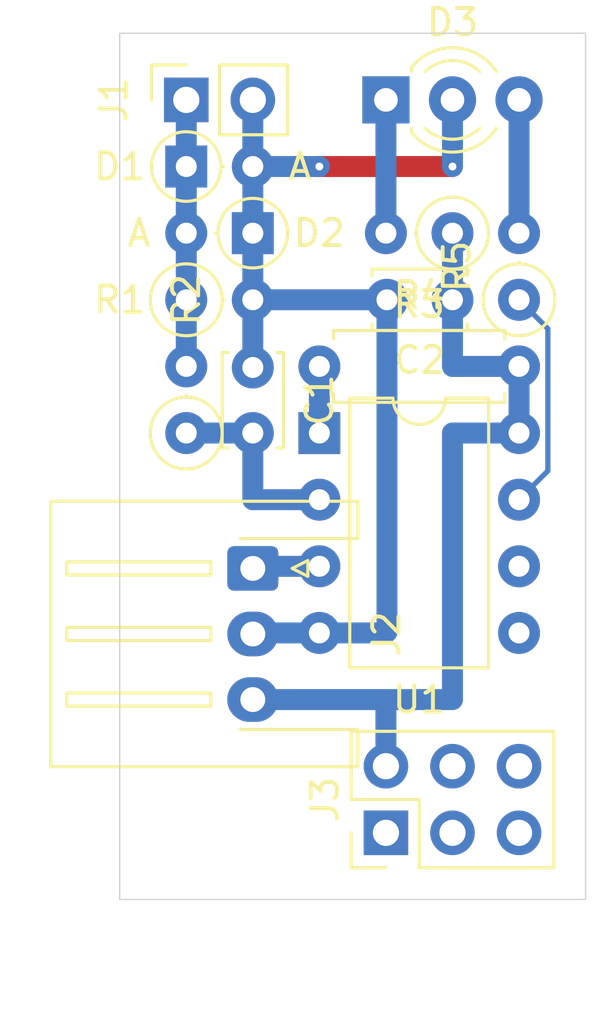
<source format=kicad_pcb>
(kicad_pcb (version 20221018) (generator pcbnew)
  (layers (0 "F.Cu" signal) (31 "B.Cu" signal) (34 "B.Paste" user) (35 "F.Paste" user) (36 "B.SilkS" user "B.Silkscreen") (37 "F.SilkS" user "F.Silkscreen") (38 "B.Mask" user) (39 "F.Mask" user) (44 "Edge.Cuts" user))
  (net 0 "")
  (net 1 "PIEZO")
  (net 2 "GND")
  (net 3 "VDD")
  (net 4 "Net-(D3-A2)")
  (net 5 "SIG")
  (net 6 "MISO")
  (net 7 "LED(SCK)")
  (net 8 "#RESET")
  (net 9 "MOSI")
  (net 10 "Net-(D1-K)")
  (net 11 "Net-(D3-A1)")
  (footprint "Capacitor_THT:C_Disc_D3.4mm_W2.1mm_P2.50mm" (layer "F.Cu") (at 78.74 58.42 90)
    (fp_text reference "C1" (at 1.25 2.54 90) (layer "F.SilkS"))
    (fp_text value "100nF")
    (fp_line (start -0.57 -1.17) (end -0.57 -0.925) (stroke (width 0.12)) (layer "F.SilkS"))
    (fp_line (start -0.57 -1.17) (end 3.07 -1.17) (stroke (width 0.12)) (layer "F.SilkS"))
    (fp_line (start -0.57 0.925) (end -0.57 1.17) (stroke (width 0.12)) (layer "F.SilkS"))
    (fp_line (start -0.57 1.17) (end 3.07 1.17) (stroke (width 0.12)) (layer "F.SilkS"))
    (fp_line (start 3.07 -1.17) (end 3.07 -0.925) (stroke (width 0.12)) (layer "F.SilkS"))
    (fp_line (start 3.07 0.925) (end 3.07 1.17) (stroke (width 0.12)) (layer "F.SilkS"))
    (pad "1" thru_hole circle (at 0 0 90) (size 1.6 1.6) (drill 0.8) (layers "*.Cu" "*.Mask") (net 1 "PIEZO"))
    (pad "2" thru_hole circle (at 2.5 0 90) (size 1.6 1.6) (drill 0.8) (layers "*.Cu" "*.Mask") (net 2 "GND"))
  )
  (footprint "Capacitor_THT:C_Disc_D3.4mm_W2.1mm_P2.50mm" (layer "F.Cu") (at 86.36 53.34 180)
    (fp_text reference "C2" (at 1.25 -2.3) (layer "F.SilkS"))
    (fp_text value "100nF")
    (fp_line (start -0.57 -1.17) (end -0.57 -0.925) (stroke (width 0.12)) (layer "F.SilkS"))
    (fp_line (start -0.57 -1.17) (end 3.07 -1.17) (stroke (width 0.12)) (layer "F.SilkS"))
    (fp_line (start -0.57 0.925) (end -0.57 1.17) (stroke (width 0.12)) (layer "F.SilkS"))
    (fp_line (start -0.57 1.17) (end 3.07 1.17) (stroke (width 0.12)) (layer "F.SilkS"))
    (fp_line (start 3.07 -1.17) (end 3.07 -0.925) (stroke (width 0.12)) (layer "F.SilkS"))
    (fp_line (start 3.07 0.925) (end 3.07 1.17) (stroke (width 0.12)) (layer "F.SilkS"))
    (pad "1" thru_hole circle (at 0 0 180) (size 1.6 1.6) (drill 0.8) (layers "*.Cu" "*.Mask") (net 3 "VDD"))
    (pad "2" thru_hole circle (at 2.5 0 180) (size 1.6 1.6) (drill 0.8) (layers "*.Cu" "*.Mask") (net 2 "GND"))
  )
  (footprint "Connector_PinHeader_2.54mm:PinHeader_2x03_P2.54mm_Vertical" (layer "F.Cu") (at 83.82 73.66 90)
    (fp_text reference "J3" (at 1.27 -2.33 90) (layer "F.SilkS"))
    (fp_text value "Conn_02x03_Odd_Even")
    (fp_line (start -1.33 -1.33) (end 0 -1.33) (stroke (width 0.12)) (layer "F.SilkS"))
    (fp_line (start -1.33 0) (end -1.33 -1.33) (stroke (width 0.12)) (layer "F.SilkS"))
    (fp_line (start -1.33 1.27) (end -1.33 6.41) (stroke (width 0.12)) (layer "F.SilkS"))
    (fp_line (start -1.33 1.27) (end 1.27 1.27) (stroke (width 0.12)) (layer "F.SilkS"))
    (fp_line (start -1.33 6.41) (end 3.87 6.41) (stroke (width 0.12)) (layer "F.SilkS"))
    (fp_line (start 1.27 -1.33) (end 3.87 -1.33) (stroke (width 0.12)) (layer "F.SilkS"))
    (fp_line (start 1.27 1.27) (end 1.27 -1.33) (stroke (width 0.12)) (layer "F.SilkS"))
    (fp_line (start 3.87 -1.33) (end 3.87 6.41) (stroke (width 0.12)) (layer "F.SilkS"))
    (pad "1" thru_hole rect (at 0 0 90) (size 1.7 1.7) (drill 1) (layers "*.Cu" "*.Mask") (net 6 "MISO"))
    (pad "2" thru_hole oval (at 2.54 0 90) (size 1.7 1.7) (drill 1) (layers "*.Cu" "*.Mask") (net 3 "VDD"))
    (pad "3" thru_hole oval (at 0 2.54 90) (size 1.7 1.7) (drill 1) (layers "*.Cu" "*.Mask") (net 7 "LED(SCK)"))
    (pad "4" thru_hole oval (at 2.54 2.54 90) (size 1.7 1.7) (drill 1) (layers "*.Cu" "*.Mask") (net 9 "MOSI"))
    (pad "5" thru_hole oval (at 0 5.08 90) (size 1.7 1.7) (drill 1) (layers "*.Cu" "*.Mask") (net 8 "#RESET"))
    (pad "6" thru_hole oval (at 2.54 5.08 90) (size 1.7 1.7) (drill 1) (layers "*.Cu" "*.Mask") (net 2 "GND"))
  )
  (footprint "Diode_THT:D_DO-35_SOD27_P2.54mm_Vertical_AnodeUp" (layer "F.Cu") (at 76.2 48.26)
    (fp_text reference "D1" (at -2.54 0) (layer "F.SilkS"))
    (fp_text value "1N4148W")
    (fp_text user "A" (at 4.34 0) (layer "F.SilkS"))
    (fp_line (start 1.326371 0) (end 1.44 0) (stroke (width 0.12)) (layer "F.SilkS"))
    (fp_circle (center 0 0) (end 1.326371 0) (stroke (width 0.12)) (fill none) (layer "F.SilkS"))
    (pad "1" thru_hole rect (at 0 0) (size 1.6 1.6) (drill 0.8) (layers "*.Cu" "*.Mask") (net 10 "Net-(D1-K)"))
    (pad "2" thru_hole oval (at 2.54 0) (size 1.6 1.6) (drill 0.8) (layers "*.Cu" "*.Mask") (net 2 "GND"))
  )
  (footprint "Resistor_THT:R_Axial_DIN0207_L6.3mm_D2.5mm_P2.54mm_Vertical" (layer "F.Cu") (at 88.9 53.34 90)
    (fp_text reference "R5" (at 1.27 -2.37 90) (layer "F.SilkS"))
    (fp_text value "1k")
    (fp_line (start 1.37 0) (end 1.44 0) (stroke (width 0.12)) (layer "F.SilkS"))
    (fp_circle (center 0 0) (end 1.37 0) (stroke (width 0.12)) (fill none) (layer "F.SilkS"))
    (pad "1" thru_hole circle (at 0 0 90) (size 1.6 1.6) (drill 0.8) (layers "*.Cu" "*.Mask") (net 7 "LED(SCK)"))
    (pad "2" thru_hole oval (at 2.54 0 90) (size 1.6 1.6) (drill 0.8) (layers "*.Cu" "*.Mask") (net 4 "Net-(D3-A2)"))
  )
  (footprint "Package_DIP:DIP-8_W7.62mm" (layer "F.Cu") (at 81.28 58.42)
    (fp_text reference "U1" (at 3.81 10.16) (layer "F.SilkS"))
    (fp_text value "ATtiny13V-10P")
    (fp_line (start 1.16 -1.33) (end 1.16 8.95) (stroke (width 0.12)) (layer "F.SilkS"))
    (fp_line (start 1.16 8.95) (end 6.46 8.95) (stroke (width 0.12)) (layer "F.SilkS"))
    (fp_line (start 2.81 -1.33) (end 1.16 -1.33) (stroke (width 0.12)) (layer "F.SilkS"))
    (fp_line (start 6.46 -1.33) (end 4.81 -1.33) (stroke (width 0.12)) (layer "F.SilkS"))
    (fp_line (start 6.46 8.95) (end 6.46 -1.33) (stroke (width 0.12)) (layer "F.SilkS"))
    (fp_arc (start 4.81 -1.33) (mid 3.81 -0.33) (end 2.81 -1.33) (stroke (width 0.12)) (layer "F.SilkS"))
    (pad "1" thru_hole rect (at 0 0) (size 1.6 1.6) (drill 0.8) (layers "*.Cu" "*.Mask") (net 8 "#RESET"))
    (pad "2" thru_hole oval (at 0 2.54) (size 1.6 1.6) (drill 0.8) (layers "*.Cu" "*.Mask") (net 1 "PIEZO"))
    (pad "3" thru_hole oval (at 0 5.08) (size 1.6 1.6) (drill 0.8) (layers "*.Cu" "*.Mask") (net 5 "SIG"))
    (pad "4" thru_hole oval (at 0 7.62) (size 1.6 1.6) (drill 0.8) (layers "*.Cu" "*.Mask") (net 2 "GND"))
    (pad "5" thru_hole oval (at 7.62 7.62) (size 1.6 1.6) (drill 0.8) (layers "*.Cu" "*.Mask") (net 9 "MOSI"))
    (pad "6" thru_hole oval (at 7.62 5.08) (size 1.6 1.6) (drill 0.8) (layers "*.Cu" "*.Mask") (net 6 "MISO"))
    (pad "7" thru_hole oval (at 7.62 2.54) (size 1.6 1.6) (drill 0.8) (layers "*.Cu" "*.Mask") (net 7 "LED(SCK)"))
    (pad "8" thru_hole oval (at 7.62 0) (size 1.6 1.6) (drill 0.8) (layers "*.Cu" "*.Mask") (net 3 "VDD"))
  )
  (footprint "Connector_JST:JST_XH_S3B-XH-A-1_1x03_P2.50mm_Horizontal" (layer "F.Cu") (at 78.74 63.58 -90)
    (fp_text reference "J2" (at 2.5 -5.1 -90) (layer "F.SilkS"))
    (fp_text value "Conn_01x03_Pin")
    (fp_line (start -2.56 -4.01) (end -1.14 -4.01) (stroke (width 0.12)) (layer "F.SilkS"))
    (fp_line (start -2.56 7.71) (end -2.56 -4.01) (stroke (width 0.12)) (layer "F.SilkS"))
    (fp_line (start -1.14 -4.01) (end -1.14 0.49) (stroke (width 0.12)) (layer "F.SilkS"))
    (fp_line (start -0.3 -2.1) (end 0.3 -2.1) (stroke (width 0.12)) (layer "F.SilkS"))
    (fp_line (start -0.25 1.6) (end -0.25 7.1) (stroke (width 0.12)) (layer "F.SilkS"))
    (fp_line (start -0.25 7.1) (end 0.25 7.1) (stroke (width 0.12)) (layer "F.SilkS"))
    (fp_line (start 0 -1.5) (end -0.3 -2.1) (stroke (width 0.12)) (layer "F.SilkS"))
    (fp_line (start 0.25 1.6) (end -0.25 1.6) (stroke (width 0.12)) (layer "F.SilkS"))
    (fp_line (start 0.25 7.1) (end 0.25 1.6) (stroke (width 0.12)) (layer "F.SilkS"))
    (fp_line (start 0.3 -2.1) (end 0 -1.5) (stroke (width 0.12)) (layer "F.SilkS"))
    (fp_line (start 2.25 1.6) (end 2.25 7.1) (stroke (width 0.12)) (layer "F.SilkS"))
    (fp_line (start 2.25 7.1) (end 2.75 7.1) (stroke (width 0.12)) (layer "F.SilkS"))
    (fp_line (start 2.5 7.71) (end -2.56 7.71) (stroke (width 0.12)) (layer "F.SilkS"))
    (fp_line (start 2.5 7.71) (end 7.56 7.71) (stroke (width 0.12)) (layer "F.SilkS"))
    (fp_line (start 2.75 1.6) (end 2.25 1.6) (stroke (width 0.12)) (layer "F.SilkS"))
    (fp_line (start 2.75 7.1) (end 2.75 1.6) (stroke (width 0.12)) (layer "F.SilkS"))
    (fp_line (start 4.75 1.6) (end 4.75 7.1) (stroke (width 0.12)) (layer "F.SilkS"))
    (fp_line (start 4.75 7.1) (end 5.25 7.1) (stroke (width 0.12)) (layer "F.SilkS"))
    (fp_line (start 5.25 1.6) (end 4.75 1.6) (stroke (width 0.12)) (layer "F.SilkS"))
    (fp_line (start 5.25 7.1) (end 5.25 1.6) (stroke (width 0.12)) (layer "F.SilkS"))
    (fp_line (start 6.14 -4.01) (end 6.14 0.49) (stroke (width 0.12)) (layer "F.SilkS"))
    (fp_line (start 7.56 -4.01) (end 6.14 -4.01) (stroke (width 0.12)) (layer "F.SilkS"))
    (fp_line (start 7.56 7.71) (end 7.56 -4.01) (stroke (width 0.12)) (layer "F.SilkS"))
    (pad "1" thru_hole roundrect (at 0 0 270) (size 1.7 1.95) (drill 0.95) (layers "*.Cu" "*.Mask") (roundrect_rratio 0.147059) (net 5 "SIG"))
    (pad "2" thru_hole oval (at 2.5 0 270) (size 1.7 1.95) (drill 0.95) (layers "*.Cu" "*.Mask") (net 2 "GND"))
    (pad "3" thru_hole oval (at 5 0 270) (size 1.7 1.95) (drill 0.95) (layers "*.Cu" "*.Mask") (net 3 "VDD"))
  )
  (footprint "Resistor_THT:R_Axial_DIN0207_L6.3mm_D2.5mm_P2.54mm_Vertical" (layer "F.Cu") (at 76.2 58.42 90)
    (fp_text reference "R2" (at 5.08 0 90) (layer "F.SilkS"))
    (fp_text value "10K")
    (fp_line (start 1.37 0) (end 1.44 0) (stroke (width 0.12)) (layer "F.SilkS"))
    (fp_circle (center 0 0) (end 1.37 0) (stroke (width 0.12)) (fill none) (layer "F.SilkS"))
    (pad "1" thru_hole circle (at 0 0 90) (size 1.6 1.6) (drill 0.8) (layers "*.Cu" "*.Mask") (net 1 "PIEZO"))
    (pad "2" thru_hole oval (at 2.54 0 90) (size 1.6 1.6) (drill 0.8) (layers "*.Cu" "*.Mask") (net 10 "Net-(D1-K)"))
  )
  (footprint "LED_THT:LED_D3.0mm-3" (layer "F.Cu") (at 83.82 45.72)
    (fp_text reference "D3" (at 2.54 -2.96) (layer "F.SilkS"))
    (fp_text value "LED_Dual_AKA")
    (fp_line (start 0.98 -1.236) (end 0.98 -1.08) (stroke (width 0.12)) (layer "F.SilkS"))
    (fp_line (start 0.98 1.08) (end 0.98 1.236) (stroke (width 0.12)) (layer "F.SilkS"))
    (fp_arc (start 0.98 -1.235516) (mid 2.636487 -1.987659) (end 4.212335 -1.078608) (stroke (width 0.12)) (layer "F.SilkS"))
    (fp_arc (start 1.499039 -1.08) (mid 2.540117 -1.5) (end 3.58113 -1.079837) (stroke (width 0.12)) (layer "F.SilkS"))
    (fp_arc (start 3.58113 1.079837) (mid 2.540117 1.5) (end 1.499039 1.08) (stroke (width 0.12)) (layer "F.SilkS"))
    (fp_arc (start 4.212335 1.078608) (mid 2.636487 1.987659) (end 0.98 1.235516) (stroke (width 0.12)) (layer "F.SilkS"))
    (pad "1" thru_hole rect (at 0 0) (size 1.8 1.8) (drill 0.9) (layers "*.Cu" "*.Mask") (net 11 "Net-(D3-A1)"))
    (pad "2" thru_hole circle (at 2.54 0) (size 1.8 1.8) (drill 0.9) (layers "*.Cu" "*.Mask") (net 2 "GND"))
    (pad "3" thru_hole circle (at 5.08 0) (size 1.8 1.8) (drill 0.9) (layers "*.Cu" "*.Mask") (net 4 "Net-(D3-A2)"))
  )
  (footprint "Diode_THT:D_DO-35_SOD27_P2.54mm_Vertical_AnodeUp" (layer "F.Cu") (at 78.74 50.8 180)
    (fp_text reference "D2" (at -2.54 0) (layer "F.SilkS"))
    (fp_text value "1N4148W")
    (fp_text user "A" (at 4.34 0) (layer "F.SilkS"))
    (fp_line (start 1.326371 0) (end 1.44 0) (stroke (width 0.12)) (layer "F.SilkS"))
    (fp_circle (center 0 0) (end 1.326371 0) (stroke (width 0.12)) (fill none) (layer "F.SilkS"))
    (pad "1" thru_hole rect (at 0 0 180) (size 1.6 1.6) (drill 0.8) (layers "*.Cu" "*.Mask") (net 2 "GND"))
    (pad "2" thru_hole oval (at 2.54 0 180) (size 1.6 1.6) (drill 0.8) (layers "*.Cu" "*.Mask") (net 10 "Net-(D1-K)"))
  )
  (footprint "Connector_PinSocket_2.54mm:PinSocket_1x02_P2.54mm_Vertical" (layer "F.Cu") (at 76.2 45.72 90)
    (fp_text reference "J1" (at 0 -2.77 90) (layer "F.SilkS"))
    (fp_text value "piezo")
    (fp_line (start -1.33 1.27) (end -1.33 3.87) (stroke (width 0.12)) (layer "F.SilkS"))
    (fp_line (start -1.33 1.27) (end 1.33 1.27) (stroke (width 0.12)) (layer "F.SilkS"))
    (fp_line (start -1.33 3.87) (end 1.33 3.87) (stroke (width 0.12)) (layer "F.SilkS"))
    (fp_line (start 0 -1.33) (end 1.33 -1.33) (stroke (width 0.12)) (layer "F.SilkS"))
    (fp_line (start 1.33 -1.33) (end 1.33 0) (stroke (width 0.12)) (layer "F.SilkS"))
    (fp_line (start 1.33 1.27) (end 1.33 3.87) (stroke (width 0.12)) (layer "F.SilkS"))
    (pad "1" thru_hole rect (at 0 0 90) (size 1.7 1.7) (drill 1) (layers "*.Cu" "*.Mask") (net 10 "Net-(D1-K)"))
    (pad "2" thru_hole oval (at 0 2.54 90) (size 1.7 1.7) (drill 1) (layers "*.Cu" "*.Mask") (net 2 "GND"))
  )
  (footprint "Resistor_THT:R_Axial_DIN0207_L6.3mm_D2.5mm_P2.54mm_Vertical" (layer "F.Cu") (at 86.36 50.8 180)
    (fp_text reference "R4" (at 1.27 -2.37) (layer "F.SilkS"))
    (fp_text value "1k")
    (fp_line (start 1.37 0) (end 1.44 0) (stroke (width 0.12)) (layer "F.SilkS"))
    (fp_circle (center 0 0) (end 1.37 0) (stroke (width 0.12)) (fill none) (layer "F.SilkS"))
    (pad "1" thru_hole circle (at 0 0 180) (size 1.6 1.6) (drill 0.8) (layers "*.Cu" "*.Mask") (net 3 "VDD"))
    (pad "2" thru_hole oval (at 2.54 0 180) (size 1.6 1.6) (drill 0.8) (layers "*.Cu" "*.Mask") (net 11 "Net-(D3-A1)"))
  )
  (footprint "Resistor_THT:R_Axial_DIN0207_L6.3mm_D2.5mm_P7.62mm_Horizontal" (layer "F.Cu") (at 81.28 55.88)
    (fp_text reference "R3" (at 3.81 -2.37) (layer "F.SilkS"))
    (fp_text value "10K")
    (fp_line (start 0.54 -1.37) (end 7.08 -1.37) (stroke (width 0.12)) (layer "F.SilkS"))
    (fp_line (start 0.54 -1.04) (end 0.54 -1.37) (stroke (width 0.12)) (layer "F.SilkS"))
    (fp_line (start 0.54 1.04) (end 0.54 1.37) (stroke (width 0.12)) (layer "F.SilkS"))
    (fp_line (start 0.54 1.37) (end 7.08 1.37) (stroke (width 0.12)) (layer "F.SilkS"))
    (fp_line (start 7.08 -1.37) (end 7.08 -1.04) (stroke (width 0.12)) (layer "F.SilkS"))
    (fp_line (start 7.08 1.37) (end 7.08 1.04) (stroke (width 0.12)) (layer "F.SilkS"))
    (pad "1" thru_hole circle (at 0 0) (size 1.6 1.6) (drill 0.8) (layers "*.Cu" "*.Mask") (net 8 "#RESET"))
    (pad "2" thru_hole oval (at 7.62 0) (size 1.6 1.6) (drill 0.8) (layers "*.Cu" "*.Mask") (net 3 "VDD"))
  )
  (footprint "Resistor_THT:R_Axial_DIN0207_L6.3mm_D2.5mm_P2.54mm_Vertical" (layer "F.Cu") (at 76.2 53.34)
    (fp_text reference "R1" (at -2.54 0) (layer "F.SilkS"))
    (fp_text value "100K")
    (fp_line (start 1.37 0) (end 1.44 0) (stroke (width 0.12)) (layer "F.SilkS"))
    (fp_circle (center 0 0) (end 1.37 0) (stroke (width 0.12)) (fill none) (layer "F.SilkS"))
    (pad "1" thru_hole circle (at 0 0) (size 1.6 1.6) (drill 0.8) (layers "*.Cu" "*.Mask") (net 10 "Net-(D1-K)"))
    (pad "2" thru_hole oval (at 2.54 0) (size 1.6 1.6) (drill 0.8) (layers "*.Cu" "*.Mask") (net 2 "GND"))
  )
  (gr_rect (start 73.66 43.18) (end 91.44 76.2) (stroke (width 0.05)) (fill none) (layer "Edge.Cuts"))
  (segment (start 81.28 60.96) (end 78.74 60.96) (width 0.8) (layer "B.Cu") (net 1))
  (segment (start 78.74 58.38) (end 78.74 58.42) (width 0.8) (layer "B.Cu") (net 1))
  (segment (start 78.74 58.42) (end 76.2 58.42) (width 0.8) (layer "B.Cu") (net 1))
  (segment (start 78.74 60.96) (end 78.74 58.42) (width 0.8) (layer "B.Cu") (net 1))
  (segment (start 81.28 48.26) (end 86.36 48.26) (width 0.8) (layer "F.Cu") (net 2))
  (segment (start 88.9 71.12) (end 88.9 71.793654) (width 0.2) (layer "F.Cu") (net 2))
  (via (at 81.28 48.26) (size 0.6) (drill 0.3) (layers "F.Cu" "B.Cu") (net 2))
  (via (at 86.36 48.26) (size 0.6) (drill 0.3) (layers "F.Cu" "B.Cu") (net 2))
  (segment (start 83.86 66) (end 83.82 66.04) (width 0.8) (layer "B.Cu") (net 2))
  (segment (start 81.28 66.04) (end 78.78 66.04) (width 0.8) (layer "B.Cu") (net 2))
  (segment (start 81.28 48.26) (end 78.74 48.26) (width 0.8) (layer "B.Cu") (net 2))
  (segment (start 83.86 53.34) (end 83.86 66) (width 0.8) (layer "B.Cu") (net 2))
  (segment (start 78.78 66.04) (end 78.74 66.08) (width 0.8) (layer "B.Cu") (net 2))
  (segment (start 78.74 45.72) (end 78.74 55.88) (width 0.8) (layer "B.Cu") (net 2))
  (segment (start 83.82 66.04) (end 81.28 66.04) (width 0.8) (layer "B.Cu") (net 2))
  (segment (start 78.74 53.34) (end 83.86 53.34) (width 0.8) (layer "B.Cu") (net 2))
  (segment (start 86.36 45.72) (end 86.36 48.26) (width 0.8) (layer "B.Cu") (net 2))
  (segment (start 83.82 71.12) (end 83.82 68.58) (width 0.8) (layer "B.Cu") (net 3))
  (segment (start 86.36 55.88) (end 86.36 53.34) (width 0.8) (layer "B.Cu") (net 3))
  (segment (start 88.9 55.88) (end 86.36 55.88) (width 0.8) (layer "B.Cu") (net 3))
  (segment (start 86.36 68.58) (end 86.36 58.42) (width 0.8) (layer "B.Cu") (net 3))
  (segment (start 78.74 68.58) (end 86.36 68.58) (width 0.8) (layer "B.Cu") (net 3))
  (segment (start 86.36 58.42) (end 88.9 58.42) (width 0.8) (layer "B.Cu") (net 3))
  (segment (start 86.36 53.34) (end 86.36 50.8) (width 0.8) (layer "B.Cu") (net 3))
  (segment (start 88.9 55.88) (end 88.9 58.42) (width 0.8) (layer "B.Cu") (net 3))
  (segment (start 88.9 45.72) (end 88.9 50.8) (width 0.8) (layer "B.Cu") (net 4))
  (segment (start 81.28 63.5) (end 78.74 63.5) (width 0.8) (layer "B.Cu") (net 5))
  (segment (start 90 54.44) (end 88.9 53.34) (width 0.2) (layer "B.Cu") (net 7))
  (segment (start 88.9 60.96) (end 90 59.86) (width 0.2) (layer "B.Cu") (net 7))
  (segment (start 90 59.86) (end 90 54.44) (width 0.2) (layer "B.Cu") (net 7))
  (segment (start 81.28 55.88) (end 81.28 58.42) (width 0.8) (layer "B.Cu") (net 8))
  (segment (start 86.36 71.12) (end 86.925686 71.12) (width 0.2) (layer "F.Cu") (net 9))
  (segment (start 86.36 71.12) (end 87.033654 71.12) (width 0.2) (layer "F.Cu") (net 9))
  (segment (start 76.2 45.72) (end 76.2 55.88) (width 0.8) (layer "B.Cu") (net 10))
  (segment (start 83.82 45.72) (end 83.82 50.8) (width 0.8) (layer "B.Cu") (net 11))
)
</source>
